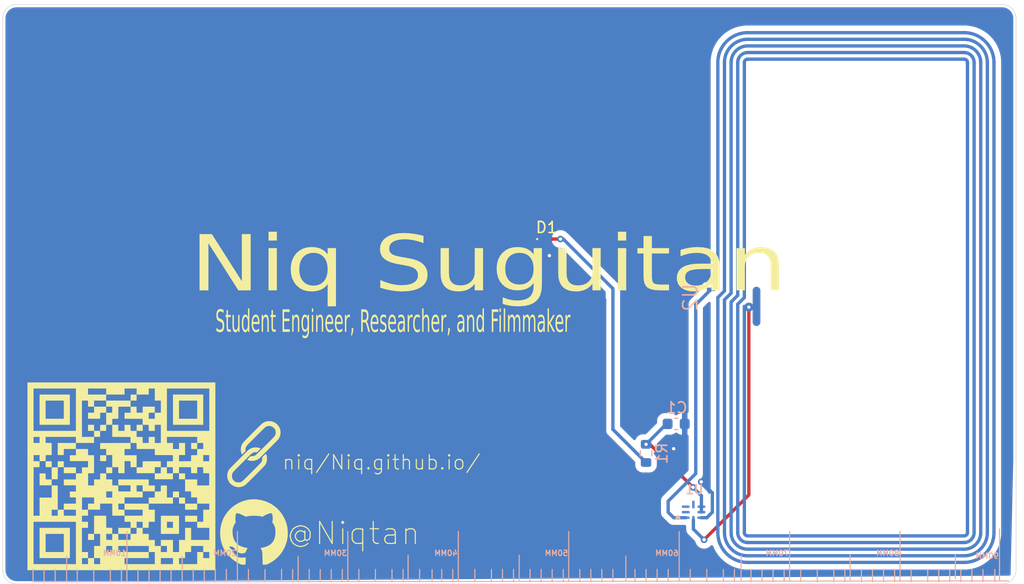
<source format=kicad_pcb>
(kicad_pcb (version 20240108) (generator "pcbnew") (generator_version "8.0")
  (layers (0 "F.Cu" signal) (31 "B.Cu" signal) (34 "B.Paste" user) (35 "F.Paste" user) (36 "B.SilkS" user "B.Silkscreen") (37 "F.SilkS" user "F.Silkscreen") (38 "B.Mask" user) (39 "F.Mask" user) (44 "Edge.Cuts" user))
  (net 0 "")
  (net 1 "Net-(U1-VCC)")
  (net 2 "Net-(D1-A)")
  (net 3 "Net-(U1-LB)")
  (net 6 "Net-(U1-LA)")
  (net 8 "GND")
  (footprint "Graphics:pcbqrcode" (layer "F.Cu") (at 60.5 67)
    (property "Reference" "G***" (hide yes))
    (property "Value" "LOGO" (hide yes))
  )
  (footprint "Graphics:GithubLogo" (layer "F.Cu") (at 72.5 72)
    (property "Reference" "G***" (hide yes))
    (property "Value" "LOGO" (hide yes))
  )
  (footprint "LED_SMD:LED_0201_0603Metric" (layer "F.Cu") (at 99 45.5)
    (property "Reference" "D1" (at 0 -1.05 0) (layer "F.SilkS"))
    (property "Value" "LG R971-KN-1")
    (pad "1" smd roundrect (at -0.32 0) (size 0.46 0.4) (layers "F.Cu" "F.Mask") (net 8 "GND"))
    (pad "2" smd roundrect (at 0.32 0) (size 0.46 0.4) (layers "F.Cu" "F.Mask") (net 2 "Net-(D1-A)"))
  )
  (footprint "Graphics:me#2" (layer "F.Cu") (at 118 50.5)
    (property "Reference" "G***" (hide yes))
    (property "Value" "LOGO" (hide yes))
  )
  (footprint "Graphics:me" (layer "F.Cu") (at 60 37.25)
    (property "Reference" "G***" (hide yes))
    (property "Value" "LOGO" (hide yes))
  )
  (footprint "Graphics:Link" (layer "F.Cu") (at 72.5 65)
    (property "Reference" "G***" (hide yes))
    (property "Value" "LOGO" (hide yes))
  )
  (footprint "NT3H2111W0FHKH (1):QFN8P50_160X160X50L40X20N" (layer "B.Cu") (at 112.285228 70.25)
    (property "Reference" "U1" (at 0.086483 -2.04418 0) (layer "B.SilkS") (effects (font (size 0.800953 0.800953)) (justify mirror)))
    (property "Value" "NT3H2111W0FHKH")
    (pad "1" smd roundrect (at -0.695 0.5) (size 0.71 0.22) (layers "B.Cu" "B.Paste" "B.Mask") (roundrect_rratio 0.27) (net 6 "Net-(U1-LA)"))
    (pad "2" smd roundrect (at 0.714772 0.5) (size 0.71 0.22) (layers "B.Cu" "B.Paste" "B.Mask") (roundrect_rratio 0.27) (net 8 "GND"))
    (pad "3" smd roundrect (at -0.695 -0.5) (size 0.7 0.22) (layers "B.Cu" "B.Paste" "B.Mask") (roundrect_rratio 0.27))
    (pad "4" smd roundrect (at 0 -0.695) (size 0.22 0.7) (layers "B.Cu" "B.Paste" "B.Mask") (roundrect_rratio 0.27))
    (pad "5" smd roundrect (at -0.684676 0) (size 0.7 0.22) (layers "B.Cu" "B.Paste" "B.Mask") (roundrect_rratio 0.27))
    (pad "6" smd roundrect (at 0.728727 -0.5) (size 0.7 0.22) (layers "B.Cu" "B.Paste" "B.Mask") (roundrect_rratio 0.27) (net 1 "Net-(U1-VCC)"))
    (pad "7" smd roundrect (at 0.728727 0) (size 0.7 0.22) (layers "B.Cu" "B.Paste" "B.Mask") (roundrect_rratio 0.27) (net 1 "Net-(U1-VCC)"))
    (pad "8" smd roundrect (at 0 0.695) (size 0.22 0.7) (layers "B.Cu" "B.Paste" "B.Mask") (roundrect_rratio 0.27) (net 3 "Net-(U1-LB)"))
  )
  (footprint "Capacitor_SMD:C_0603_1608Metric" (layer "B.Cu") (at 110.725 62.25)
    (property "Reference" "C1" (at 0.043986 -1.459724 0) (layer "B.SilkS") (effects (justify mirror)))
    (property "Value" "220nF")
    (pad "1" smd roundrect (at -0.775 0) (size 0.9 0.95) (layers "B.Cu" "B.Paste" "B.Mask") (net 1 "Net-(U1-VCC)"))
    (pad "2" smd roundrect (at 0.775 0) (size 0.9 0.95) (layers "B.Cu" "B.Paste" "B.Mask") (net 8 "GND"))
  )
  (footprint "25X48MM_NFC_ANTENNA_EXPOSED_COPPER:25X48MM_NFC_ANTENNA" (layer "B.Cu") (at 127 50.8 -90)
    (property "Reference" "U2" (at 0 15 90) (layer "B.SilkS") (effects (font (size 1.27 1.27)) (justify mirror)))
    (property "Value" "NFC_ANTENNA")
    (fp_line (start -21.2999 12.5001) (end -0.8001 12.5001) (stroke (width 0.3)) (layer "B.Cu"))
    (fp_line (start 0 12.5001) (end -0.5999 11.8999) (stroke (width 0.3)) (layer "B.Cu"))
    (fp_line (start 21.2999 12.5001) (end 0 12.5001) (stroke (width 0.3)) (layer "B.Cu"))
    (fp_line (start -0.5999 11.8999) (end -21.2999 11.8999) (stroke (width 0.3)) (layer "B.Cu"))
    (fp_line (start 0.1999 11.8999) (end -0.4 11.3) (stroke (width 0.3)) (layer "B.Cu"))
    (fp_line (start 21.2999 11.8999) (end 0.1999 11.8999) (stroke (width 0.3)) (layer "B.Cu"))
    (fp_line (start -0.4 11.3) (end -21.2999 11.3) (stroke (width 0.3)) (layer "B.Cu"))
    (fp_line (start 0.4 11.3) (end -0.1999 10.7) (stroke (width 0.3)) (layer "B.Cu"))
    (fp_line (start 21.2999 11.3) (end 0.4 11.3) (stroke (width 0.3)) (layer "B.Cu"))
    (fp_line (start -0.1999 10.7) (end -21.2999 10.7) (stroke (width 0.3)) (layer "B.Cu"))
    (fp_line (start 0.5999 10.7) (end 0 10.1001) (stroke (width 0.3)) (layer "B.Cu"))
    (fp_line (start 21.2999 10.7) (end 0.5999 10.7) (stroke (width 0.3)) (layer "B.Cu"))
    (fp_line (start 0 10.1001) (end -21.2999 10.1001) (stroke (width 0.3)) (layer "B.Cu"))
    (fp_line (start 0.8001 10.1001) (end 21.2999 10.1001) (stroke (width 0.3)) (layer "B.Cu"))
    (fp_line (start -24 -9.8001) (end -24 9.8001) (stroke (width 0.3)) (layer "B.Cu"))
    (fp_line (start -23.4 -9.8001) (end -23.4 9.8001) (stroke (width 0.3)) (layer "B.Cu"))
    (fp_line (start -22.8001 -9.8001) (end -22.8001 9.8001) (stroke (width 0.3)) (layer "B.Cu"))
    (fp_line (start -22.1999 -9.8001) (end -22.1999 9.8001) (stroke (width 0.3)) (layer "B.Cu"))
    (fp_line (start -21.5999 -9.8001) (end -21.5999 9.8001) (stroke (width 0.3)) (layer "B.Cu"))
    (fp_line (start 21.5999 -9.8001) (end 21.5999 9.8001) (stroke (width 0.3)) (layer "B.Cu"))
    (fp_line (start 22.1999 -9.8001) (end 22.1999 9.8001) (stroke (width 0.3)) (layer "B.Cu"))
    (fp_line (start 22.8001 -9.8001) (end 22.8001 9.8001) (stroke (width 0.3)) (layer "B.Cu"))
    (fp_line (start 23.4 -9.8001) (end 23.4 9.8001) (stroke (width 0.3)) (layer "B.Cu"))
    (fp_line (start 24 -9.8001) (end 24 9.8001) (stroke (width 0.3)) (layer "B.Cu"))
    (fp_line (start 21.2999 -10.1001) (end -21.2999 -10.1001) (stroke (width 0.3)) (layer "B.Cu"))
    (fp_line (start 21.2999 -10.7) (end -21.2999 -10.7) (stroke (width 0.3)) (layer "B.Cu"))
    (fp_line (start 21.2999 -11.3) (end -21.2999 -11.3) (stroke (width 0.3)) (layer "B.Cu"))
    (fp_line (start 21.2999 -11.8999) (end -21.2999 -11.8999) (stroke (width 0.3)) (layer "B.Cu"))
    (fp_line (start 21.2999 -12.4998) (end -21.2999 -12.4998) (stroke (width 0.3)) (layer "B.Cu"))
    (fp_arc (start -21.2999 12.5001) (mid -23.209174 11.709344) (end -24 9.8001) (stroke (width 0.3)) (layer "B.Cu"))
    (fp_arc (start -21.2999 11.8999) (mid -22.784789 11.284901) (end -23.4 9.8001) (stroke (width 0.3)) (layer "B.Cu"))
    (fp_arc (start -21.2999 11.3) (mid -22.360683 10.860796) (end -22.8001 9.8001) (stroke (width 0.3)) (layer "B.Cu"))
    (fp_arc (start -21.2999 10.7) (mid -21.936311 10.436481) (end -22.1999 9.8001) (stroke (width 0.3)) (layer "B.Cu"))
    (fp_arc (start -21.2999 10.1001) (mid -21.512032 10.012232) (end -21.5999 9.8001) (stroke (width 0.3)) (layer "B.Cu"))
    (fp_arc (start 21.5999 9.8001) (mid 21.512032 10.012232) (end 21.2999 10.1001) (stroke (width 0.3)) (layer "B.Cu"))
    (fp_arc (start 22.1999 9.8001) (mid 21.936231 10.436402) (end 21.2999 10.7) (stroke (width 0.3)) (layer "B.Cu"))
    (fp_arc (start 22.8001 9.8001) (mid 22.360683 10.860796) (end 21.2999 11.3) (stroke (width 0.3)) (layer "B.Cu"))
    (fp_arc (start 23.4 9.8001) (mid 22.784789 11.284901) (end 21.2999 11.8999) (stroke (width 0.3)) (layer "B.Cu"))
    (fp_arc (start 24 9.8001) (mid 23.209103 11.709274) (end 21.2999 12.5001) (stroke (width 0.3)) (layer "B.Cu"))
    (fp_arc (start -24 -9.8001) (mid -23.209103 -11.709273) (end -21.2999 -12.5001) (stroke (width 0.3)) (layer "B.Cu"))
    (fp_arc (start -23.4 -9.8001) (mid -22.784789 -11.284901) (end -21.2999 -11.8999) (stroke (width 0.3)) (layer "B.Cu"))
    (fp_arc (start -22.8001 -9.8001) (mid -22.360683 -10.860796) (end -21.2999 -11.3) (stroke (width 0.3)) (layer "B.Cu"))
    (fp_arc (start -22.1999 -9.8001) (mid -21.93624 -10.43641) (end -21.2999 -10.7) (stroke (width 0.3)) (layer "B.Cu"))
    (fp_arc (start -21.5999 -9.8001) (mid -21.512032 -10.012232) (end -21.2999 -10.1001) (stroke (width 0.3)) (layer "B.Cu"))
    (fp_arc (start 21.2999 -10.1001) (mid 21.512032 -10.012232) (end 21.5999 -9.8001) (stroke (width 0.3)) (layer "B.Cu"))
    (fp_arc (start 21.2999 -10.7) (mid 21.936319 -10.43649) (end 22.1999 -9.8001) (stroke (width 0.3)) (layer "B.Cu"))
    (fp_arc (start 21.2999 -11.3) (mid 22.360683 -10.860796) (end 22.8001 -9.8001) (stroke (width 0.3)) (layer "B.Cu"))
    (fp_arc (start 21.2999 -11.8999) (mid 22.784789 -11.284901) (end 23.4 -9.8001) (stroke (width 0.3)) (layer "B.Cu"))
    (fp_arc (start 21.2999 -12.5001) (mid 23.209173 -11.709344) (end 24 -9.8001) (stroke (width 0.3)) (layer "B.Cu"))
    (pad "P$1" smd rect (at -0.748677 13.115628 180) (size 0.7501 0.3) (layers "B.Cu" "B.Paste" "B.Mask") (net 6 "Net-(U1-LA)"))
    (pad "P$2" thru_hole oval (at 0.865664 9.693604 270) (size 0.808 0.808) (drill oval 0.3005 0.3002) (layers "*.Cu" "*.Mask") (net 3 "Net-(U1-LB)"))
  )
  (footprint "Resistor_SMD:R_0603_1608Metric" (layer "B.Cu") (at 108 64.925 90)
    (property "Reference" "R1" (at 0 1.43 90) (layer "B.SilkS") (effects (justify mirror)))
    (property "Value" "47Ω")
    (pad "1" smd roundrect (at -0.825 0 90) (size 0.8 0.95) (layers "B.Cu" "B.Paste" "B.Mask") (net 2 "Net-(D1-A)"))
    (pad "2" smd roundrect (at 0.825 0 90) (size 0.8 0.95) (layers "B.Cu" "B.Paste" "B.Mask") (net 1 "Net-(U1-VCC)"))
  )
  (gr_line (start 138.5 76.5625) (end 138.5 75.4375) (stroke (width 0.1)) (layer "B.SilkS"))
  (gr_line (start 123.5 76.5625) (end 123.5 75.4375) (stroke (width 0.1)) (layer "B.SilkS"))
  (gr_line (start 83.5 76.5625) (end 83.5 75.4375) (stroke (width 0.1)) (layer "B.SilkS"))
  (gr_line (start 117.5 76.5625) (end 117.5 75.4375) (stroke (width 0.1)) (layer "B.SilkS"))
  (gr_line (start 134.5 76.5625) (end 134.5 75.4375) (stroke (width 0.1)) (layer "B.SilkS"))
  (gr_line (start 120.5 76.5625) (end 120.5 75.4375) (stroke (width 0.1)) (layer "B.SilkS"))
  (gr_line (start 78.5 76.5625) (end 78.5 75.4375) (stroke (width 0.1)) (layer "B.SilkS"))
  (gr_line (start 80.5 76.5625) (end 80.5 75.4375) (stroke (width 0.1)) (layer "B.SilkS"))
  (gr_line (start 127.5 76.5625) (end 127.5 75.4375) (stroke (width 0.1)) (layer "B.SilkS"))
  (gr_line (start 65 76.5625) (end 65 75.4375) (stroke (width 0.1)) (layer "B.SilkS"))
  (gr_line (start 105 76.5625) (end 105 75.4375) (stroke (width 0.1)) (layer "B.SilkS"))
  (gr_line (start 96.51418 76.404901) (end 96.51418 74.154901) (stroke (width 0.1)) (layer "B.SilkS"))
  (gr_line (start 64 76.5625) (end 64 75.4375) (stroke (width 0.1)) (layer "B.SilkS"))
  (gr_line (start 79.5 76.5625) (end 79.5 75.4375) (stroke (width 0.1)) (layer "B.SilkS"))
  (gr_line (start 86.454376 76.39442) (end 86.454376 74.14442) (stroke (width 0.1)) (layer "B.SilkS"))
  (gr_line (start 86 76.5625) (end 86 75.4375) (stroke (width 0.1)) (layer "B.SilkS"))
  (gr_line (start 140 76.25) (end 140 71.75) (stroke (width 0.1)) (layer "B.SilkS"))
  (gr_line (start 85 76.5625) (end 85 75.4375) (stroke (width 0.1)) (layer "B.SilkS"))
  (gr_line (start 136.5 76.5625) (end 136.5 75.4375) (stroke (width 0.1)) (layer "B.SilkS"))
  (gr_line (start 106.170775 76.475802) (end 106.170775 74.225802) (stroke (width 0.1)) (layer "B.SilkS"))
  (gr_line (start 119.5 76.5625) (end 119.5 75.4375) (stroke (width 0.1)) (layer "B.SilkS"))
  (gr_line (start 77.5 76.5625) (end 77.5 75.4375) (stroke (width 0.1)) (layer "B.SilkS"))
  (gr_line (start 140.823537 76.474791) (end 52.5 76.5625) (stroke (width 0.1)) (layer "B.SilkS"))
  (gr_line (start 103 76.5625) (end 103 75.4375) (stroke (width 0.1)) (layer "B.SilkS"))
  (gr_line (start 75 76.5625) (end 75 75.4375) (stroke (width 0.1)) (layer "B.SilkS"))
  (gr_line (start 126.478729 76.38024) (end 126.478729 74.13024) (stroke (width 0.1)) (layer "B.SilkS"))
  (gr_line (start 100.5 76.5625) (end 100.5 75.4375) (stroke (width 0.1)) (layer "B.SilkS"))
  (gr_line (start 87.5 76.5625) (end 87.5 75.4375) (stroke (width 0.1)) (layer "B.SilkS"))
  (gr_line (start 108 76.5625) (end 108 75.4375) (stroke (width 0.1)) (layer "B.SilkS"))
  (gr_line (start 116 76.5625) (end 116 75.4375) (stroke (width 0.1)) (layer "B.SilkS"))
  (gr_line (start 109 76.5625) (end 109 75.4375) (stroke (width 0.1)) (layer "B.SilkS"))
  (gr_line (start 59.5 76.5625) (end 59.5 75.4375) (stroke (width 0.1)) (layer "B.SilkS"))
  (gr_line (start 125 76.5625) (end 125 75.4375) (stroke (width 0.1)) (layer "B.SilkS"))
  (gr_line (start 112 76.5625) (end 112 75.4375) (stroke (width 0.1)) (layer "B.SilkS"))
  (gr_line (start 107 76.5625) (end 107 75.4375) (stroke (width 0.1)) (layer "B.SilkS"))
  (gr_line (start 131 76.5) (end 131 72) (stroke (width 0.1)) (layer "B.SilkS"))
  (gr_line (start 111 76.5) (end 111 72) (stroke (width 0.1)) (layer "B.SilkS"))
  (gr_line (start 76.5 76.5) (end 76.5 74.25) (stroke (width 0.1)) (layer "B.SilkS"))
  (gr_line (start 98.5 76.5625) (end 98.5 75.4375) (stroke (width 0.1)) (layer "B.SilkS"))
  (gr_line (start 70 76.5625) (end 70 75.4375) (stroke (width 0.1)) (layer "B.SilkS"))
  (gr_line (start 121 76.5) (end 121 72) (stroke (width 0.1)) (layer "B.SilkS"))
  (gr_line (start 71 76.5) (end 71 72) (stroke (width 0.1)) (layer "B.SilkS"))
  (gr_line (start 66 76.5) (end 66 74.25) (stroke (width 0.1)) (layer "B.SilkS"))
  (gr_line (start 135.999538 76.284525) (end 135.999538 74.034525) (stroke (width 0.1)) (layer "B.SilkS"))
  (gr_line (start 81 76.5) (end 81 72) (stroke (width 0.1)) (layer "B.SilkS"))
  (gr_line (start 89.5 76.5625) (end 89.5 75.4375) (stroke (width 0.1)) (layer "B.SilkS"))
  (gr_line (start 137.5 76.5625) (end 137.5 75.4375) (stroke (width 0.1)) (layer "B.SilkS"))
  (gr_line (start 91 76.5) (end 91 72) (stroke (width 0.1)) (layer "B.SilkS"))
  (gr_line (start 113.5 76.5625) (end 113.5 75.4375) (stroke (width 0.1)) (layer "B.SilkS"))
  (gr_line (start 88.627629 76.57668) (end 88.627629 75.45168) (stroke (width 0.1)) (layer "B.SilkS"))
  (gr_line (start 128.5 76.5625) (end 128.5 75.4375) (stroke (width 0.1)) (layer "B.SilkS"))
  (gr_line (start 110 76.5625) (end 110 75.4375) (stroke (width 0.1)) (layer "B.SilkS"))
  (gr_line (start 54.5 76.5625) (end 54.5 75.4375) (stroke (width 0.1)) (layer "B.SilkS"))
  (gr_line (start 104 76.5625) (end 104 75.4375) (stroke (width 0.1)) (layer "B.SilkS"))
  (gr_line (start 72 76.5625) (end 72 75.4375) (stroke (width 0.1)) (layer "B.SilkS"))
  (gr_line (start 95 76.5625) (end 95 75.4375) (stroke (width 0.1)) (layer "B.SilkS"))
  (gr_line (start 118.5 76.5625) (end 118.5 75.4375) (stroke (width 0.1)) (layer "B.SilkS"))
  (gr_line (start 62 76.5625) (end 62 75.4375) (stroke (width 0.1)) (layer "B.SilkS"))
  (gr_line (start 92.5 76.5625) (end 92.5 75.4375) (stroke (width 0.1)) (layer "B.SilkS"))
  (gr_line (start 55.542386 76.476417) (end 55.542386 74.226417) (stroke (width 0.1)) (layer "B.SilkS"))
  (gr_line (start 102 76.5625) (end 102 75.4375) (stroke (width 0.1)) (layer "B.SilkS"))
  (gr_line (start 135.5 76.5625) (end 135.5 75.4375) (stroke (width 0.1)) (layer "B.SilkS"))
  (gr_line (start 90.5 76.5625) (end 90.5 75.4375) (stroke (width 0.1)) (layer "B.SilkS"))
  (gr_line (start 140 76.5) (end 140 74.5) (stroke (width 0.1)) (layer "B.SilkS"))
  (gr_line (start 60.5 76.5625) (end 60.5 75.4375) (stroke (width 0.1)) (layer "B.SilkS"))
  (gr_line (start 99.5 76.5625) (end 99.5 75.4375) (stroke (width 0.1)) (layer "B.SilkS"))
  (gr_line (start 63 76.5625) (end 63 75.4375) (stroke (width 0.1)) (layer "B.SilkS"))
  (gr_line (start 115 76.5625) (end 115 75.4375) (stroke (width 0.1)) (layer "B.SilkS"))
  (gr_line (start 56.5 76.5625) (end 56.5 75.4375) (stroke (width 0.1)) (layer "B.SilkS"))
  (gr_line (start 61 76.5) (end 61 72) (stroke (width 0.1)) (layer "B.SilkS"))
  (gr_line (start 68 76.5625) (end 68 75.4375) (stroke (width 0.1)) (layer "B.SilkS"))
  (gr_line (start 67 76.5625) (end 67 75.4375) (stroke (width 0.1)) (layer "B.SilkS"))
  (gr_line (start 116.60635 76.42278) (end 116.60635 74.17278) (stroke (width 0.1)) (layer "B.SilkS"))
  (gr_line (start 58 76.5625) (end 58 75.4375) (stroke (width 0.1)) (layer "B.SilkS"))
  (gr_line (start 94 76.5625) (end 94 75.4375) (stroke (width 0.1)) (layer "B.SilkS"))
  (gr_line (start 76 76.5625) (end 76 75.4375) (stroke (width 0.1)) (layer "B.SilkS"))
  (gr_line (start 132 76.5625) (end 132 75.4375) (stroke (width 0.1)) (layer "B.SilkS"))
  (gr_line (start 82 76.5625) (end 82 75.4375) (stroke (width 0.1)) (layer "B.SilkS"))
  (gr_line (start 133.5 76.5625) (end 133.5 75.4375) (stroke (width 0.1)) (layer "B.SilkS"))
  (gr_line (start 130.5 76.5625) (end 130.5 75.4375) (stroke (width 0.1)) (layer "B.SilkS"))
  (gr_line (start 101 76.5) (end 101 72) (stroke (width 0.1)) (layer "B.SilkS"))
  (gr_line (start 122 76.5625) (end 122 75.4375) (stroke (width 0.1)) (layer "B.SilkS"))
  (gr_line (start 73.5 76.5625) (end 73.5 75.4375) (stroke (width 0.1)) (layer "B.SilkS"))
  (gr_line (start 126 76.5625) (end 126 75.4375) (stroke (width 0.1)) (layer "B.SilkS"))
  (gr_line (start 139.576496 76.562499) (end 139.576496 75.437499) (stroke (width 0.1)) (layer "B.SilkS"))
  (gr_line (start 96 76.5625) (end 96 75.4375) (stroke (width 0.1)) (layer "B.SilkS"))
  (gr_line (start 53.5 76.5625) (end 53.5 75.4375) (stroke (width 0.1)) (layer "B.SilkS"))
  (gr_line (start 129.5 76.5625) (end 129.5 75.4375) (stroke (width 0.1)) (layer "B.SilkS"))
  (gr_line (start 97.5 76.5625) (end 97.5 75.4375) (stroke (width 0.1)) (layer "B.SilkS"))
  (gr_line (start 52.5 76.5625) (end 52.5 75.4375) (stroke (width 0.1)) (layer "B.SilkS"))
  (gr_line (start 69 76.5625) (end 69 75.4375) (stroke (width 0.1)) (layer "B.SilkS"))
  (gr_arc (start 140.25 24.25) (mid 141.133883 24.616117) (end 141.5 25.5) (stroke (width 0.05)) (layer "Edge.Cuts"))
  (gr_arc (start 49.75 25.5) (mid 50.116117 24.616117) (end 51 24.25) (stroke (width 0.05)) (layer "Edge.Cuts"))
  (gr_line (start 51 76.75) (end 140.25 76.75) (stroke (width 0.05)) (layer "Edge.Cuts"))
  (gr_arc (start 51 76.75) (mid 50.116117 76.383883) (end 49.75 75.5) (stroke (width 0.05)) (layer "Edge.Cuts"))
  (gr_line (start 141.5 25.5) (end 141.5 74.75) (stroke (width 0.05)) (layer "Edge.Cuts"))
  (gr_line (start 49.75 75.5) (end 49.75 25.5) (stroke (width 0.05)) (layer "Edge.Cuts"))
  (gr_arc (start 141.5 75.5) (mid 141.133883 76.383883) (end 140.25 76.75) (stroke (width 0.05)) (layer "Edge.Cuts"))
  (gr_line (start 141.5 74.75) (end 141.5 75.5) (stroke (width 0.05)) (layer "Edge.Cuts"))
  (gr_line (start 51 24.25) (end 140.25 24.25) (stroke (width 0.05)) (layer "Edge.Cuts"))
  (gr_text "70MM" (at 121 74.25 0) (layer "B.SilkS") (effects (font (size 0.5 0.5) (thickness 0.1)) (justify left bottom mirror)))
  (gr_text "90MM" (at 140 74.5 0) (layer "B.SilkS") (effects (font (size 0.5 0.5) (thickness 0.1)) (justify left bottom mirror)))
  (gr_text "60MM" (at 111 74.25 0) (layer "B.SilkS") (effects (font (size 0.5 0.5) (thickness 0.1)) (justify left bottom mirror)))
  (gr_text "40MM" (at 91 74.25 0) (layer "B.SilkS") (effects (font (size 0.5 0.5) (thickness 0.1)) (justify left bottom mirror)))
  (gr_text "30MM" (at 81 74.25 0) (layer "B.SilkS") (effects (font (size 0.5 0.5) (thickness 0.1)) (justify left bottom mirror)))
  (gr_text "20MM" (at 71 74.25 0) (layer "B.SilkS") (effects (font (size 0.5 0.5) (thickness 0.1)) (justify left bottom mirror)))
  (gr_text "80MM" (at 131 74.25 0) (layer "B.SilkS") (effects (font (size 0.5 0.5) (thickness 0.1)) (justify left bottom mirror)))
  (gr_text "50MM" (at 101 74.25 0) (layer "B.SilkS") (effects (font (size 0.5 0.5) (thickness 0.1)) (justify left bottom mirror)))
  (gr_text "10MM" (at 61 74.25 0) (layer "B.SilkS") (effects (font (size 0.5 0.5) (thickness 0.1)) (justify left bottom mirror)))
  (gr_text "Student Engineer, Researcher, and Filmmaker\n" (at 69 54.25 0) (layer "F.SilkS") (effects (font (size 2 1) (thickness 0.25)) (justify left bottom)))
  (gr_text "@Niqtan" (at 75.328265 73.334519 0) (layer "F.SilkS") (effects (font (size 2 2) (thickness 0.1)) (justify left bottom)))
  (gr_text "niq/Niq.github.io/" (at 75 66.5 0) (layer "F.SilkS") (effects (font (size 1.3 1.3) (thickness 0.1)) (justify left bottom)))
  (gr_text "Niq Suguitan" (at 66.75 51 0) (layer "F.SilkS") (effects (font (size 5 6) (thickness 0.3)) (justify left bottom)))
  (segment (start 112.25 68) (end 108.35 64.1) (width 0.3) (layer "F.Cu") (net 1))
  (segment (start 108.35 64.1) (end 108 64.1) (width 0.3) (layer "F.Cu") (net 1))
  (via (at 112.25 68) (size 0.6) (drill 0.3) (layers "F.Cu" "B.Cu") (net 1))
  (via (at 108 64.1) (size 0.6) (drill 0.3) (layers "F.Cu" "B.Cu") (net 1))
  (segment (start 109.85 62.25) (end 108 64.1) (width 0.3) (layer "B.Cu") (net 1))
  (segment (start 113.013955 68.763955) (end 112.25 68) (width 0.3) (layer "B.Cu") (net 1))
  (segment (start 113.013955 70.25) (end 113.013955 69.75) (width 0.3) (layer "B.Cu") (net 1))
  (segment (start 113.013955 69.75) (end 113.013955 68.763955) (width 0.3) (layer "B.Cu") (net 1))
  (segment (start 109.95 62.25) (end 109.85 62.25) (width 0.3) (layer "B.Cu") (net 1))
  (segment (start 100.25 45.5) (end 99.32 45.5) (width 0.3) (layer "F.Cu") (net 2))
  (via (at 100.25 45.5) (size 0.6) (drill 0.3) (layers "F.Cu" "B.Cu") (net 2))
  (segment (start 105 50) (end 101.25 46.25) (width 0.3) (layer "B.Cu") (net 2))
  (segment (start 101.25 46.25) (end 100.5 45.5) (width 0.3) (layer "B.Cu") (net 2))
  (segment (start 105 61) (end 105 50) (width 0.3) (layer "B.Cu") (net 2))
  (segment (start 100.5 45.5) (end 100.25 45.5) (width 0.3) (layer "B.Cu") (net 2))
  (segment (start 108 65.75) (end 105 62.75) (width 0.3) (layer "B.Cu") (net 2))
  (segment (start 105 62.75) (end 105 61) (width 0.3) (layer "B.Cu") (net 2))
  (segment (start 117.306396 68.693604) (end 117.306396 51.665664) (width 0.3) (layer "F.Cu") (net 3))
  (segment (start 113.25 72.75) (end 117.306396 68.693604) (width 0.3) (layer "F.Cu") (net 3))
  (via (at 113.25 72.75) (size 0.6) (drill 0.3) (layers "F.Cu" "B.Cu") (net 3))
  (segment (start 112.285228 70.945) (end 112.285228 71.785228) (width 0.3) (layer "B.Cu") (net 3))
  (segment (start 118 50.165) (end 118 53.033861) (width 0.7) (layer "B.Cu") (net 3))
  (segment (start 112.285228 71.785228) (end 113.25 72.75) (width 0.3) (layer "B.Cu") (net 3))
  (segment (start 110 70.25) (end 110 69.25) (width 0.3) (layer "B.Cu") (net 6))
  (segment (start 112.5 51.435695) (end 113.884372 50.051323) (width 0.3) (layer "B.Cu") (net 6))
  (segment (start 111.590228 70.75) (end 110.5 70.75) (width 0.3) (layer "B.Cu") (net 6))
  (segment (start 112.5 66.75) (end 112.5 51.435695) (width 0.3) (layer "B.Cu") (net 6))
  (segment (start 110.5 70.75) (end 110 70.25) (width 0.3) (layer "B.Cu") (net 6))
  (segment (start 110 69.25) (end 112.5 66.75) (width 0.3) (layer "B.Cu") (net 6))
  (segment (start 98.68 45.5) (end 98.68 46.43) (width 0.3) (layer "F.Cu") (net 8))
  (segment (start 98.68 46.43) (end 99.25 47) (width 0.3) (layer "F.Cu") (net 8))
  (via (at 99.25 47) (size 0.6) (drill 0.3) (layers "F.Cu" "B.Cu") (net 8))
  (via (at 110.5 64.5) (size 0.6) (drill 0.3) (layers "F.Cu" "B.Cu") (net 8))
  (via (at 113 67.5) (size 0.6) (drill 0.3) (layers "F.Cu" "B.Cu") (net 8))
  (segment (start 100.25 47) (end 104.25 51) (width 0.3) (layer "B.Cu") (net 8))
  (segment (start 104.25 63.75) (end 107.5 67) (width 0.3) (layer "B.Cu") (net 8))
  (segment (start 99.25 47) (end 100.25 47) (width 0.3) (layer "B.Cu") (net 8))
  (segment (start 114 68.5) (end 113 67.5) (width 0.3) (layer "B.Cu") (net 8))
  (segment (start 111.5 62.25) (end 111.5 63.5) (width 0.3) (layer "B.Cu") (net 8))
  (segment (start 113 70.75) (end 113.5 70.75) (width 0.3) (layer "B.Cu") (net 8))
  (segment (start 114 70.25) (end 114 68.5) (width 0.3) (layer "B.Cu") (net 8))
  (segment (start 113.5 70.75) (end 114 70.25) (width 0.3) (layer "B.Cu") (net 8))
  (segment (start 107.5 67) (end 109 67) (width 0.3) (layer "B.Cu") (net 8))
  (segment (start 104.25 51) (end 104.25 63.75) (width 0.3) (layer "B.Cu") (net 8))
  (segment (start 111.5 63.5) (end 110.5 64.5) (width 0.3) (layer "B.Cu") (net 8))
  (segment (start 109 67) (end 110.5 65.5) (width 0.3) (layer "B.Cu") (net 8))
  (segment (start 110.5 65.5) (end 110.5 64.5) (width 0.3) (layer "B.Cu") (net 8))
  (zone (net 8) (net_name "GND") (layer "B.Cu") (connect_pads (clearance 0.5)) (min_thickness 0.25) (fill yes (thermal_gap 0.5) (thermal_bridge_width 0.5))
    (polygon (pts (xy 49.507844 24.430883) (xy 49.830883 76.586229) (xy 141 76) (xy 142.220017 24.107844) (xy 127.198707 24.377043) (xy 50.63848 23.838644)))
  )
)
</source>
